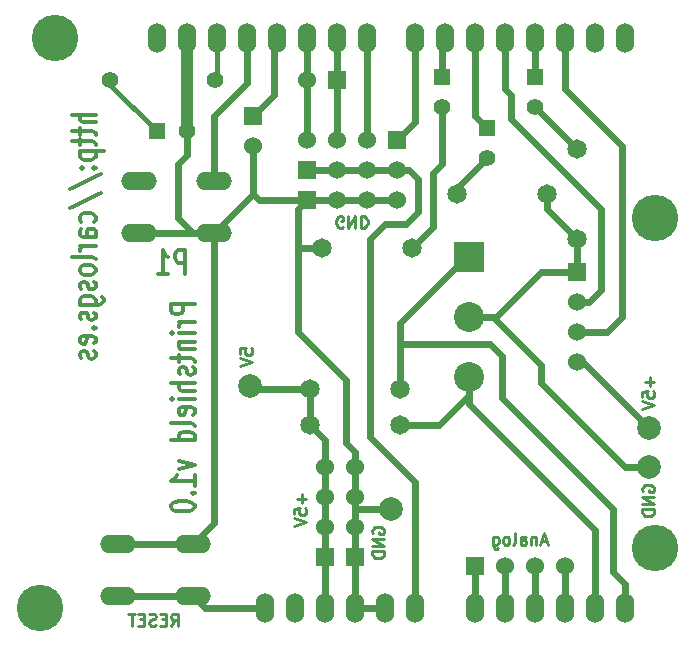
<source format=gtl>
G04 (created by PCBNEW (2013-mar-13)-testing) date dom 26 may 2013 19:55:22 CEST*
%MOIN*%
G04 Gerber Fmt 3.4, Leading zero omitted, Abs format*
%FSLAX34Y34*%
G01*
G70*
G90*
G04 APERTURE LIST*
%ADD10C,0.039370*%
%ADD11C,0.009850*%
%ADD12C,0.009900*%
%ADD13C,0.012000*%
%ADD14C,0.055000*%
%ADD15R,0.055000X0.055000*%
%ADD16O,0.060000X0.100000*%
%ADD17C,0.155000*%
%ADD18C,0.065000*%
%ADD19O,0.120000X0.060000*%
%ADD20R,0.060000X0.060000*%
%ADD21C,0.060000*%
%ADD22R,0.100000X0.100000*%
%ADD23C,0.100000*%
%ADD24C,0.078700*%
%ADD25C,0.023600*%
%ADD26C,0.039400*%
%ADD27C,0.015700*%
G04 APERTURE END LIST*
G54D10*
G54D11*
X37609Y-24465D02*
X37422Y-24465D01*
X37647Y-24578D02*
X37516Y-24184D01*
X37384Y-24578D01*
X37253Y-24315D02*
X37253Y-24578D01*
X37253Y-24353D02*
X37234Y-24334D01*
X37197Y-24315D01*
X37140Y-24315D01*
X37103Y-24334D01*
X37084Y-24371D01*
X37084Y-24578D01*
X36728Y-24578D02*
X36728Y-24371D01*
X36746Y-24334D01*
X36784Y-24315D01*
X36859Y-24315D01*
X36897Y-24334D01*
X36728Y-24559D02*
X36765Y-24578D01*
X36859Y-24578D01*
X36897Y-24559D01*
X36915Y-24521D01*
X36915Y-24484D01*
X36897Y-24446D01*
X36859Y-24428D01*
X36765Y-24428D01*
X36728Y-24409D01*
X36484Y-24578D02*
X36521Y-24559D01*
X36540Y-24521D01*
X36540Y-24184D01*
X36277Y-24578D02*
X36315Y-24559D01*
X36334Y-24540D01*
X36352Y-24503D01*
X36352Y-24390D01*
X36334Y-24353D01*
X36315Y-24334D01*
X36277Y-24315D01*
X36221Y-24315D01*
X36184Y-24334D01*
X36165Y-24353D01*
X36146Y-24390D01*
X36146Y-24503D01*
X36165Y-24540D01*
X36184Y-24559D01*
X36221Y-24578D01*
X36277Y-24578D01*
X35808Y-24315D02*
X35808Y-24634D01*
X35827Y-24672D01*
X35846Y-24690D01*
X35883Y-24709D01*
X35940Y-24709D01*
X35977Y-24690D01*
X35808Y-24559D02*
X35846Y-24578D01*
X35921Y-24578D01*
X35958Y-24559D01*
X35977Y-24540D01*
X35996Y-24503D01*
X35996Y-24390D01*
X35977Y-24353D01*
X35958Y-24334D01*
X35921Y-24315D01*
X35846Y-24315D01*
X35808Y-24334D01*
G54D12*
G54D11*
X30799Y-13997D02*
X30762Y-14015D01*
X30706Y-14015D01*
X30649Y-13997D01*
X30612Y-13959D01*
X30593Y-13921D01*
X30574Y-13846D01*
X30574Y-13790D01*
X30593Y-13715D01*
X30612Y-13678D01*
X30649Y-13640D01*
X30706Y-13621D01*
X30743Y-13621D01*
X30799Y-13640D01*
X30818Y-13659D01*
X30818Y-13790D01*
X30743Y-13790D01*
X30987Y-13621D02*
X30987Y-14015D01*
X31212Y-13621D01*
X31212Y-14015D01*
X31400Y-13621D02*
X31400Y-14015D01*
X31494Y-14015D01*
X31550Y-13997D01*
X31587Y-13959D01*
X31606Y-13921D01*
X31625Y-13846D01*
X31625Y-13790D01*
X31606Y-13715D01*
X31587Y-13678D01*
X31550Y-13640D01*
X31494Y-13621D01*
X31400Y-13621D01*
G54D12*
G54D11*
X29428Y-22893D02*
X29428Y-23193D01*
X29578Y-23043D02*
X29278Y-23043D01*
X29184Y-23568D02*
X29184Y-23381D01*
X29371Y-23362D01*
X29353Y-23381D01*
X29334Y-23418D01*
X29334Y-23512D01*
X29353Y-23550D01*
X29371Y-23568D01*
X29409Y-23587D01*
X29503Y-23587D01*
X29540Y-23568D01*
X29559Y-23550D01*
X29578Y-23512D01*
X29578Y-23418D01*
X29559Y-23381D01*
X29540Y-23362D01*
X29184Y-23700D02*
X29578Y-23831D01*
X29184Y-23962D01*
G54D12*
G54D13*
X25542Y-15561D02*
X25542Y-14761D01*
X25314Y-14761D01*
X25257Y-14800D01*
X25228Y-14838D01*
X25200Y-14914D01*
X25200Y-15028D01*
X25228Y-15104D01*
X25257Y-15142D01*
X25314Y-15180D01*
X25542Y-15180D01*
X24628Y-15561D02*
X24971Y-15561D01*
X24800Y-15561D02*
X24800Y-14761D01*
X24857Y-14876D01*
X24914Y-14952D01*
X24971Y-14990D01*
G54D11*
X25072Y-27278D02*
X25203Y-27090D01*
X25297Y-27278D02*
X25297Y-26884D01*
X25147Y-26884D01*
X25109Y-26903D01*
X25091Y-26921D01*
X25072Y-26959D01*
X25072Y-27015D01*
X25091Y-27053D01*
X25109Y-27071D01*
X25147Y-27090D01*
X25297Y-27090D01*
X24903Y-27071D02*
X24772Y-27071D01*
X24715Y-27278D02*
X24903Y-27278D01*
X24903Y-26884D01*
X24715Y-26884D01*
X24565Y-27259D02*
X24509Y-27278D01*
X24415Y-27278D01*
X24378Y-27259D01*
X24359Y-27240D01*
X24340Y-27203D01*
X24340Y-27165D01*
X24359Y-27128D01*
X24378Y-27109D01*
X24415Y-27090D01*
X24490Y-27071D01*
X24528Y-27053D01*
X24546Y-27034D01*
X24565Y-26996D01*
X24565Y-26959D01*
X24546Y-26921D01*
X24528Y-26903D01*
X24490Y-26884D01*
X24396Y-26884D01*
X24340Y-26903D01*
X24171Y-27071D02*
X24040Y-27071D01*
X23984Y-27278D02*
X24171Y-27278D01*
X24171Y-26884D01*
X23984Y-26884D01*
X23871Y-26884D02*
X23646Y-26884D01*
X23758Y-27278D02*
X23758Y-26884D01*
G54D12*
G54D11*
X31803Y-24199D02*
X31784Y-24162D01*
X31784Y-24106D01*
X31803Y-24049D01*
X31840Y-24012D01*
X31878Y-23993D01*
X31953Y-23974D01*
X32009Y-23974D01*
X32084Y-23993D01*
X32121Y-24012D01*
X32159Y-24049D01*
X32178Y-24106D01*
X32178Y-24143D01*
X32159Y-24199D01*
X32140Y-24218D01*
X32009Y-24218D01*
X32009Y-24143D01*
X32178Y-24387D02*
X31784Y-24387D01*
X32178Y-24612D01*
X31784Y-24612D01*
X32178Y-24800D02*
X31784Y-24800D01*
X31784Y-24894D01*
X31803Y-24950D01*
X31840Y-24987D01*
X31878Y-25006D01*
X31953Y-25025D01*
X32009Y-25025D01*
X32084Y-25006D01*
X32121Y-24987D01*
X32159Y-24950D01*
X32178Y-24894D01*
X32178Y-24800D01*
G54D12*
G54D11*
X27384Y-18224D02*
X27384Y-18037D01*
X27571Y-18018D01*
X27553Y-18037D01*
X27534Y-18074D01*
X27534Y-18168D01*
X27553Y-18206D01*
X27571Y-18224D01*
X27609Y-18243D01*
X27703Y-18243D01*
X27740Y-18224D01*
X27759Y-18206D01*
X27778Y-18168D01*
X27778Y-18074D01*
X27759Y-18037D01*
X27740Y-18018D01*
X27384Y-18356D02*
X27778Y-18487D01*
X27384Y-18618D01*
G54D12*
G54D11*
X40803Y-22799D02*
X40784Y-22762D01*
X40784Y-22706D01*
X40803Y-22649D01*
X40840Y-22612D01*
X40878Y-22593D01*
X40953Y-22574D01*
X41009Y-22574D01*
X41084Y-22593D01*
X41121Y-22612D01*
X41159Y-22649D01*
X41178Y-22706D01*
X41178Y-22743D01*
X41159Y-22799D01*
X41140Y-22818D01*
X41009Y-22818D01*
X41009Y-22743D01*
X41178Y-22987D02*
X40784Y-22987D01*
X41178Y-23212D01*
X40784Y-23212D01*
X41178Y-23400D02*
X40784Y-23400D01*
X40784Y-23494D01*
X40803Y-23550D01*
X40840Y-23587D01*
X40878Y-23606D01*
X40953Y-23625D01*
X41009Y-23625D01*
X41084Y-23606D01*
X41121Y-23587D01*
X41159Y-23550D01*
X41178Y-23494D01*
X41178Y-23400D01*
G54D12*
G54D11*
X41028Y-18993D02*
X41028Y-19293D01*
X41178Y-19143D02*
X40878Y-19143D01*
X40784Y-19668D02*
X40784Y-19481D01*
X40971Y-19462D01*
X40953Y-19481D01*
X40934Y-19518D01*
X40934Y-19612D01*
X40953Y-19650D01*
X40971Y-19668D01*
X41009Y-19687D01*
X41103Y-19687D01*
X41140Y-19668D01*
X41159Y-19650D01*
X41178Y-19612D01*
X41178Y-19518D01*
X41159Y-19481D01*
X41140Y-19462D01*
X40784Y-19800D02*
X41178Y-19931D01*
X40784Y-20062D01*
G54D12*
G54D13*
X22561Y-10242D02*
X21761Y-10242D01*
X22561Y-10500D02*
X22142Y-10500D01*
X22066Y-10471D01*
X22028Y-10414D01*
X22028Y-10328D01*
X22066Y-10271D01*
X22104Y-10242D01*
X22028Y-10700D02*
X22028Y-10928D01*
X21761Y-10785D02*
X22447Y-10785D01*
X22523Y-10814D01*
X22561Y-10871D01*
X22561Y-10928D01*
X22028Y-11042D02*
X22028Y-11271D01*
X21761Y-11128D02*
X22447Y-11128D01*
X22523Y-11157D01*
X22561Y-11214D01*
X22561Y-11271D01*
X22028Y-11471D02*
X22828Y-11471D01*
X22066Y-11471D02*
X22028Y-11528D01*
X22028Y-11642D01*
X22066Y-11700D01*
X22104Y-11728D01*
X22180Y-11757D01*
X22409Y-11757D01*
X22485Y-11728D01*
X22523Y-11700D01*
X22561Y-11642D01*
X22561Y-11528D01*
X22523Y-11471D01*
X22485Y-12014D02*
X22523Y-12042D01*
X22561Y-12014D01*
X22523Y-11985D01*
X22485Y-12014D01*
X22561Y-12014D01*
X22066Y-12014D02*
X22104Y-12042D01*
X22142Y-12014D01*
X22104Y-11985D01*
X22066Y-12014D01*
X22142Y-12014D01*
X21723Y-12728D02*
X22752Y-12214D01*
X21723Y-13357D02*
X22752Y-12842D01*
X22523Y-13814D02*
X22561Y-13757D01*
X22561Y-13642D01*
X22523Y-13585D01*
X22485Y-13557D01*
X22409Y-13528D01*
X22180Y-13528D01*
X22104Y-13557D01*
X22066Y-13585D01*
X22028Y-13642D01*
X22028Y-13757D01*
X22066Y-13814D01*
X22561Y-14328D02*
X22142Y-14328D01*
X22066Y-14300D01*
X22028Y-14242D01*
X22028Y-14128D01*
X22066Y-14071D01*
X22523Y-14328D02*
X22561Y-14271D01*
X22561Y-14128D01*
X22523Y-14071D01*
X22447Y-14042D01*
X22371Y-14042D01*
X22295Y-14071D01*
X22257Y-14128D01*
X22257Y-14271D01*
X22219Y-14328D01*
X22561Y-14614D02*
X22028Y-14614D01*
X22180Y-14614D02*
X22104Y-14642D01*
X22066Y-14671D01*
X22028Y-14728D01*
X22028Y-14785D01*
X22561Y-15071D02*
X22523Y-15014D01*
X22447Y-14985D01*
X21761Y-14985D01*
X22561Y-15385D02*
X22523Y-15328D01*
X22485Y-15300D01*
X22409Y-15271D01*
X22180Y-15271D01*
X22104Y-15300D01*
X22066Y-15328D01*
X22028Y-15385D01*
X22028Y-15471D01*
X22066Y-15528D01*
X22104Y-15557D01*
X22180Y-15585D01*
X22409Y-15585D01*
X22485Y-15557D01*
X22523Y-15528D01*
X22561Y-15471D01*
X22561Y-15385D01*
X22523Y-15814D02*
X22561Y-15871D01*
X22561Y-15985D01*
X22523Y-16042D01*
X22447Y-16071D01*
X22409Y-16071D01*
X22333Y-16042D01*
X22295Y-15985D01*
X22295Y-15900D01*
X22257Y-15842D01*
X22180Y-15814D01*
X22142Y-15814D01*
X22066Y-15842D01*
X22028Y-15900D01*
X22028Y-15985D01*
X22066Y-16042D01*
X22028Y-16585D02*
X22676Y-16585D01*
X22752Y-16557D01*
X22790Y-16528D01*
X22828Y-16471D01*
X22828Y-16385D01*
X22790Y-16328D01*
X22523Y-16585D02*
X22561Y-16528D01*
X22561Y-16414D01*
X22523Y-16357D01*
X22485Y-16328D01*
X22409Y-16300D01*
X22180Y-16300D01*
X22104Y-16328D01*
X22066Y-16357D01*
X22028Y-16414D01*
X22028Y-16528D01*
X22066Y-16585D01*
X22523Y-16842D02*
X22561Y-16900D01*
X22561Y-17014D01*
X22523Y-17071D01*
X22447Y-17100D01*
X22409Y-17100D01*
X22333Y-17071D01*
X22295Y-17014D01*
X22295Y-16928D01*
X22257Y-16871D01*
X22180Y-16842D01*
X22142Y-16842D01*
X22066Y-16871D01*
X22028Y-16928D01*
X22028Y-17014D01*
X22066Y-17071D01*
X22485Y-17357D02*
X22523Y-17385D01*
X22561Y-17357D01*
X22523Y-17328D01*
X22485Y-17357D01*
X22561Y-17357D01*
X22523Y-17871D02*
X22561Y-17814D01*
X22561Y-17699D01*
X22523Y-17642D01*
X22447Y-17614D01*
X22142Y-17614D01*
X22066Y-17642D01*
X22028Y-17699D01*
X22028Y-17814D01*
X22066Y-17871D01*
X22142Y-17899D01*
X22219Y-17899D01*
X22295Y-17614D01*
X22523Y-18128D02*
X22561Y-18185D01*
X22561Y-18299D01*
X22523Y-18357D01*
X22447Y-18385D01*
X22409Y-18385D01*
X22333Y-18357D01*
X22295Y-18299D01*
X22295Y-18214D01*
X22257Y-18157D01*
X22180Y-18128D01*
X22142Y-18128D01*
X22066Y-18157D01*
X22028Y-18214D01*
X22028Y-18299D01*
X22066Y-18357D01*
X25861Y-16557D02*
X25061Y-16557D01*
X25061Y-16785D01*
X25100Y-16842D01*
X25138Y-16871D01*
X25214Y-16900D01*
X25328Y-16900D01*
X25404Y-16871D01*
X25442Y-16842D01*
X25480Y-16785D01*
X25480Y-16557D01*
X25861Y-17157D02*
X25328Y-17157D01*
X25480Y-17157D02*
X25404Y-17185D01*
X25366Y-17214D01*
X25328Y-17271D01*
X25328Y-17328D01*
X25861Y-17528D02*
X25328Y-17528D01*
X25061Y-17528D02*
X25100Y-17500D01*
X25138Y-17528D01*
X25100Y-17557D01*
X25061Y-17528D01*
X25138Y-17528D01*
X25328Y-17814D02*
X25861Y-17814D01*
X25404Y-17814D02*
X25366Y-17842D01*
X25328Y-17900D01*
X25328Y-17985D01*
X25366Y-18042D01*
X25442Y-18071D01*
X25861Y-18071D01*
X25328Y-18271D02*
X25328Y-18500D01*
X25061Y-18357D02*
X25747Y-18357D01*
X25823Y-18385D01*
X25861Y-18442D01*
X25861Y-18500D01*
X25823Y-18671D02*
X25861Y-18728D01*
X25861Y-18842D01*
X25823Y-18900D01*
X25747Y-18928D01*
X25709Y-18928D01*
X25633Y-18900D01*
X25595Y-18842D01*
X25595Y-18757D01*
X25557Y-18700D01*
X25480Y-18671D01*
X25442Y-18671D01*
X25366Y-18700D01*
X25328Y-18757D01*
X25328Y-18842D01*
X25366Y-18900D01*
X25861Y-19185D02*
X25061Y-19185D01*
X25861Y-19442D02*
X25442Y-19442D01*
X25366Y-19414D01*
X25328Y-19357D01*
X25328Y-19271D01*
X25366Y-19214D01*
X25404Y-19185D01*
X25861Y-19728D02*
X25328Y-19728D01*
X25061Y-19728D02*
X25100Y-19700D01*
X25138Y-19728D01*
X25100Y-19757D01*
X25061Y-19728D01*
X25138Y-19728D01*
X25823Y-20242D02*
X25861Y-20185D01*
X25861Y-20071D01*
X25823Y-20014D01*
X25747Y-19985D01*
X25442Y-19985D01*
X25366Y-20014D01*
X25328Y-20071D01*
X25328Y-20185D01*
X25366Y-20242D01*
X25442Y-20271D01*
X25519Y-20271D01*
X25595Y-19985D01*
X25861Y-20614D02*
X25823Y-20557D01*
X25747Y-20528D01*
X25061Y-20528D01*
X25861Y-21100D02*
X25061Y-21100D01*
X25823Y-21100D02*
X25861Y-21042D01*
X25861Y-20928D01*
X25823Y-20871D01*
X25785Y-20842D01*
X25709Y-20814D01*
X25480Y-20814D01*
X25404Y-20842D01*
X25366Y-20871D01*
X25328Y-20928D01*
X25328Y-21042D01*
X25366Y-21100D01*
X25328Y-21785D02*
X25861Y-21928D01*
X25328Y-22071D01*
X25861Y-22614D02*
X25861Y-22271D01*
X25861Y-22442D02*
X25061Y-22442D01*
X25176Y-22385D01*
X25252Y-22328D01*
X25290Y-22271D01*
X25785Y-22871D02*
X25823Y-22900D01*
X25861Y-22871D01*
X25823Y-22842D01*
X25785Y-22871D01*
X25861Y-22871D01*
X25061Y-23271D02*
X25061Y-23328D01*
X25100Y-23385D01*
X25138Y-23414D01*
X25214Y-23442D01*
X25366Y-23471D01*
X25557Y-23471D01*
X25709Y-23442D01*
X25785Y-23414D01*
X25823Y-23385D01*
X25861Y-23328D01*
X25861Y-23271D01*
X25823Y-23214D01*
X25785Y-23185D01*
X25709Y-23157D01*
X25557Y-23128D01*
X25366Y-23128D01*
X25214Y-23157D01*
X25138Y-23185D01*
X25100Y-23214D01*
X25061Y-23271D01*
G54D14*
X23050Y-9100D03*
X26550Y-9100D03*
G54D15*
X24600Y-10800D03*
G54D14*
X25600Y-10800D03*
G54D16*
X40200Y-26700D03*
X39200Y-26700D03*
X38200Y-26700D03*
X35200Y-26700D03*
X36200Y-26700D03*
X37200Y-26700D03*
X33200Y-26700D03*
X32200Y-26700D03*
X31200Y-26700D03*
X29200Y-26700D03*
X28200Y-26700D03*
X40200Y-7700D03*
X39200Y-7700D03*
X38200Y-7700D03*
X37200Y-7700D03*
X36200Y-7700D03*
X35200Y-7700D03*
X34200Y-7700D03*
X33200Y-7700D03*
X31600Y-7700D03*
X30600Y-7700D03*
X29600Y-7700D03*
X28600Y-7700D03*
X27600Y-7700D03*
X26600Y-7700D03*
X25600Y-7700D03*
X24600Y-7700D03*
X30200Y-26700D03*
G54D17*
X41200Y-24700D03*
X41200Y-13700D03*
X21200Y-7700D03*
X20700Y-26700D03*
G54D18*
X38600Y-11400D03*
X38600Y-14400D03*
X33100Y-14700D03*
X30100Y-14700D03*
X34600Y-12900D03*
X37600Y-12900D03*
G54D19*
X25800Y-26300D03*
X23300Y-26300D03*
X25800Y-24550D03*
X23300Y-24550D03*
X26500Y-14200D03*
X24000Y-14200D03*
X26500Y-12450D03*
X24000Y-12450D03*
G54D20*
X38600Y-15500D03*
G54D21*
X38600Y-16500D03*
X38600Y-17500D03*
X38600Y-18500D03*
G54D20*
X31200Y-25000D03*
G54D21*
X31200Y-24000D03*
X31200Y-23000D03*
X31200Y-22000D03*
G54D20*
X29600Y-12100D03*
G54D21*
X30600Y-12100D03*
X31600Y-12100D03*
X32600Y-12100D03*
G54D20*
X32600Y-11100D03*
G54D21*
X31600Y-11100D03*
X30600Y-11100D03*
X29600Y-11100D03*
G54D20*
X29600Y-13100D03*
G54D21*
X30600Y-13100D03*
X31600Y-13100D03*
X32600Y-13100D03*
G54D20*
X30200Y-25000D03*
G54D21*
X30200Y-24000D03*
X30200Y-23000D03*
X30200Y-22000D03*
G54D20*
X30600Y-9100D03*
G54D21*
X29600Y-9100D03*
G54D20*
X27800Y-10300D03*
G54D21*
X27800Y-11300D03*
G54D15*
X37200Y-9000D03*
G54D14*
X37200Y-10000D03*
G54D15*
X35600Y-10700D03*
G54D14*
X35600Y-11700D03*
G54D22*
X35000Y-15000D03*
G54D23*
X35000Y-17000D03*
X35000Y-19000D03*
G54D18*
X32700Y-19400D03*
X29700Y-19400D03*
X32700Y-20600D03*
X29700Y-20600D03*
G54D20*
X35200Y-25300D03*
G54D21*
X36200Y-25300D03*
X37200Y-25300D03*
X38200Y-25300D03*
G54D15*
X34100Y-9000D03*
G54D14*
X34100Y-10000D03*
G54D24*
X27700Y-19300D03*
X41000Y-20700D03*
X41000Y-22000D03*
X32400Y-23400D03*
G54D25*
X29700Y-19400D02*
X29700Y-20600D01*
X27700Y-19300D02*
X27800Y-19400D01*
X27800Y-19400D02*
X29700Y-19400D01*
X38600Y-18500D02*
X38800Y-18500D01*
X30200Y-24000D02*
X30200Y-25000D01*
X30200Y-23000D02*
X30200Y-24000D01*
X30200Y-22000D02*
X30200Y-23000D01*
X30200Y-25000D02*
X30200Y-26700D01*
X38800Y-18500D02*
X41000Y-20700D01*
X29700Y-20600D02*
X30200Y-21100D01*
X30200Y-21100D02*
X30200Y-22000D01*
X32600Y-12100D02*
X33000Y-12100D01*
X33200Y-22500D02*
X33200Y-26700D01*
X31700Y-21000D02*
X33200Y-22500D01*
X31700Y-14400D02*
X31700Y-21000D01*
X32200Y-13900D02*
X31700Y-14400D01*
X32900Y-13900D02*
X32200Y-13900D01*
X33300Y-13500D02*
X32900Y-13900D01*
X33300Y-12400D02*
X33300Y-13500D01*
X33000Y-12100D02*
X33300Y-12400D01*
X31600Y-12100D02*
X32600Y-12100D01*
X30600Y-12100D02*
X31600Y-12100D01*
X29600Y-12100D02*
X30600Y-12100D01*
X32400Y-23400D02*
X31200Y-23400D01*
X35000Y-17000D02*
X35800Y-17000D01*
X40200Y-22000D02*
X41000Y-22000D01*
X37400Y-19200D02*
X40200Y-22000D01*
X37400Y-18600D02*
X37400Y-19200D01*
X35800Y-17000D02*
X37400Y-18600D01*
X30900Y-21200D02*
X30900Y-19100D01*
X29300Y-17500D02*
X29300Y-14600D01*
X24000Y-14200D02*
X26500Y-14200D01*
X30100Y-14700D02*
X29300Y-14700D01*
X29600Y-13100D02*
X28000Y-13100D01*
X26500Y-23850D02*
X25800Y-24550D01*
X29300Y-13400D02*
X29600Y-13100D01*
X29300Y-14600D02*
X29300Y-13400D01*
X31200Y-22000D02*
X31200Y-21500D01*
X29300Y-14700D02*
X29300Y-14600D01*
X35000Y-17000D02*
X35900Y-17000D01*
X37400Y-15500D02*
X38600Y-15500D01*
X28000Y-13100D02*
X27800Y-12900D01*
X35900Y-17000D02*
X37400Y-15500D01*
X26500Y-14200D02*
X26500Y-23850D01*
X31600Y-13100D02*
X32600Y-13100D01*
X31200Y-25000D02*
X31200Y-24000D01*
X27800Y-12900D02*
X26500Y-14200D01*
X25800Y-14200D02*
X26500Y-14200D01*
X25600Y-10800D02*
X25600Y-11600D01*
X25300Y-13700D02*
X25800Y-14200D01*
X25600Y-11600D02*
X25300Y-11900D01*
X31200Y-26700D02*
X31200Y-25000D01*
X31200Y-21500D02*
X30900Y-21200D01*
X27800Y-11300D02*
X27800Y-12900D01*
X25300Y-11900D02*
X25300Y-13700D01*
X31200Y-23400D02*
X31200Y-23000D01*
X23300Y-24550D02*
X25800Y-24550D01*
X32200Y-26700D02*
X31200Y-26700D01*
X31200Y-23000D02*
X31200Y-22000D01*
X37600Y-13400D02*
X38600Y-14400D01*
X30900Y-19100D02*
X29300Y-17500D01*
X31200Y-24000D02*
X31200Y-23400D01*
X37600Y-12900D02*
X37600Y-13400D01*
X38600Y-14400D02*
X38600Y-15500D01*
X30600Y-13100D02*
X31600Y-13100D01*
G54D26*
X25600Y-7700D02*
X25600Y-10800D01*
G54D25*
X29600Y-13100D02*
X30600Y-13100D01*
X28200Y-26700D02*
X26200Y-26700D01*
X26200Y-26700D02*
X25800Y-26300D01*
X23300Y-26300D02*
X25800Y-26300D01*
X38600Y-11400D02*
X37200Y-10000D01*
X35200Y-7700D02*
X35200Y-10300D01*
X35200Y-10300D02*
X35600Y-10700D01*
X34600Y-12900D02*
X34600Y-12700D01*
X34600Y-12700D02*
X35600Y-11700D01*
X33800Y-14000D02*
X33100Y-14700D01*
X34100Y-10000D02*
X34100Y-11900D01*
X34100Y-11900D02*
X33800Y-12200D01*
X33800Y-12200D02*
X33800Y-14000D01*
X29600Y-7700D02*
X29600Y-9100D01*
X29600Y-9100D02*
X29600Y-11100D01*
X36200Y-9400D02*
X36200Y-7700D01*
X39000Y-16500D02*
X39400Y-16100D01*
X39400Y-13400D02*
X39400Y-16100D01*
X36400Y-10400D02*
X39400Y-13400D01*
X36200Y-9400D02*
X36400Y-9600D01*
X38600Y-16500D02*
X39000Y-16500D01*
X36400Y-9600D02*
X36400Y-10400D01*
X38600Y-17500D02*
X39600Y-17500D01*
X38200Y-9400D02*
X40100Y-11300D01*
X40100Y-17000D02*
X40000Y-17100D01*
X39600Y-17500D02*
X40000Y-17100D01*
X38200Y-9400D02*
X38200Y-7700D01*
X40100Y-11300D02*
X40100Y-17000D01*
X33200Y-10500D02*
X32600Y-11100D01*
X33200Y-7700D02*
X33200Y-10500D01*
X31600Y-7700D02*
X31600Y-11100D01*
X30600Y-9100D02*
X30600Y-11100D01*
X30600Y-7700D02*
X30600Y-9100D01*
X28500Y-7800D02*
X28600Y-7700D01*
X27800Y-10300D02*
X28500Y-9600D01*
X28500Y-9600D02*
X28500Y-7800D01*
X39800Y-23400D02*
X36100Y-19700D01*
X40200Y-26700D02*
X40200Y-25900D01*
X36100Y-19700D02*
X36100Y-18300D01*
X36100Y-18300D02*
X35700Y-17900D01*
X35700Y-17900D02*
X32700Y-17900D01*
X39800Y-25500D02*
X39800Y-23400D01*
X32700Y-17900D02*
X32700Y-18000D01*
X32700Y-17200D02*
X32700Y-17900D01*
X35000Y-15000D02*
X34900Y-15000D01*
X32700Y-18000D02*
X32700Y-19400D01*
X40200Y-25900D02*
X39800Y-25500D01*
X34900Y-15000D02*
X32700Y-17200D01*
X26500Y-10300D02*
X26500Y-12450D01*
X27600Y-9200D02*
X26500Y-10300D01*
X27600Y-7700D02*
X27600Y-9200D01*
X35200Y-25300D02*
X35200Y-26700D01*
X36200Y-26700D02*
X36200Y-25300D01*
X37200Y-25300D02*
X37200Y-26700D01*
X38200Y-26700D02*
X38200Y-25300D01*
G54D27*
X23050Y-9100D02*
X23050Y-9250D01*
X23050Y-9250D02*
X24600Y-10800D01*
X26600Y-7700D02*
X26600Y-9050D01*
X26600Y-9050D02*
X26550Y-9100D01*
G54D25*
X35000Y-19000D02*
X35000Y-19600D01*
X34000Y-20600D02*
X32700Y-20600D01*
X35000Y-19600D02*
X34000Y-20600D01*
X35000Y-19000D02*
X35000Y-19900D01*
X39200Y-24100D02*
X39200Y-26700D01*
X35000Y-19900D02*
X39200Y-24100D01*
X34100Y-7800D02*
X34200Y-7700D01*
X34100Y-9000D02*
X34100Y-7800D01*
X37200Y-7700D02*
X37200Y-9000D01*
M02*

</source>
